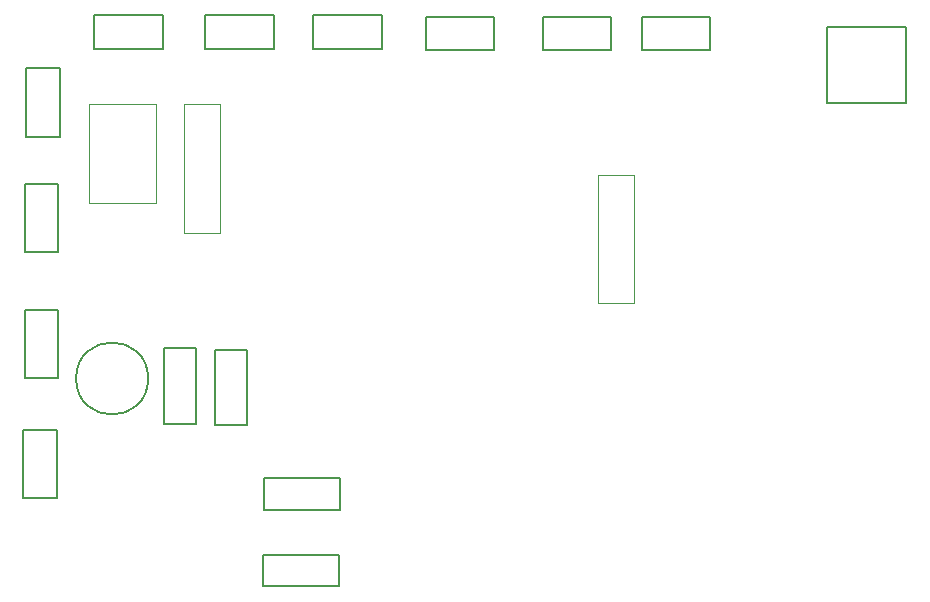
<source format=gbr>
G04*
G04 #@! TF.GenerationSoftware,Altium Limited,Altium Designer,24.10.1 (45)*
G04*
G04 Layer_Color=32768*
%FSLAX25Y25*%
%MOIN*%
G70*
G04*
G04 #@! TF.SameCoordinates,82B40839-DE60-4B9F-80D9-4B01C0AB2508*
G04*
G04*
G04 #@! TF.FilePolarity,Positive*
G04*
G01*
G75*
%ADD10C,0.00787*%
%ADD60C,0.00197*%
D10*
X49008Y86500D02*
G03*
X24992Y86500I-12008J0D01*
G01*
D02*
G03*
X49008Y86500I12008J0D01*
G01*
X71185Y96098D02*
X81815D01*
X71185Y70902D02*
Y96098D01*
Y70902D02*
X81815D01*
Y96098D01*
X54185Y96598D02*
X64815D01*
X54185Y71402D02*
Y96598D01*
Y71402D02*
X64815D01*
Y96598D01*
X87744Y42685D02*
Y53315D01*
Y42685D02*
X112941D01*
Y53315D01*
X87744D02*
X112941D01*
X8409Y167122D02*
X19591D01*
Y189878D01*
X8409D02*
X19591D01*
X8409Y167122D02*
Y189878D01*
X275213Y178402D02*
Y203598D01*
Y178402D02*
X301787D01*
Y203598D01*
X275213D02*
X301787D01*
X7909Y128622D02*
X19091D01*
Y151378D01*
X7909D02*
X19091D01*
X7909Y128622D02*
Y151378D01*
Y86622D02*
X19091D01*
Y109378D01*
X7909D02*
X19091D01*
X7909Y86622D02*
Y109378D01*
X7409Y46622D02*
X18591D01*
Y69378D01*
X7409D02*
X18591D01*
X7409Y46622D02*
Y69378D01*
X90878Y196409D02*
Y207591D01*
X68122D02*
X90878D01*
X68122Y196409D02*
Y207591D01*
Y196409D02*
X90878D01*
X53878D02*
Y207591D01*
X31122D02*
X53878D01*
X31122Y196409D02*
Y207591D01*
Y196409D02*
X53878D01*
X164378Y195909D02*
Y207091D01*
X141622D02*
X164378D01*
X141622Y195909D02*
Y207091D01*
Y195909D02*
X164378D01*
X213622D02*
Y207091D01*
Y195909D02*
X236378D01*
Y207091D01*
X213622D02*
X236378D01*
X180622Y195909D02*
Y207091D01*
Y195909D02*
X203378D01*
Y207091D01*
X180622D02*
X203378D01*
X112598Y17185D02*
Y27815D01*
X87402D02*
X112598D01*
X87402Y17185D02*
Y27815D01*
Y17185D02*
X112598D01*
X126878Y196409D02*
Y207591D01*
X104122D02*
X126878D01*
X104122Y196409D02*
Y207591D01*
Y196409D02*
X126878D01*
D60*
X60917Y177878D02*
X73083D01*
X60917Y135122D02*
Y177878D01*
Y135122D02*
X73083D01*
Y177878D01*
X29417Y145122D02*
X51583D01*
Y177878D01*
X29417D02*
X51583D01*
X29417Y145122D02*
Y177878D01*
X198917Y111622D02*
X211083D01*
Y154378D01*
X198917D02*
X211083D01*
X198917Y111622D02*
Y154378D01*
M02*

</source>
